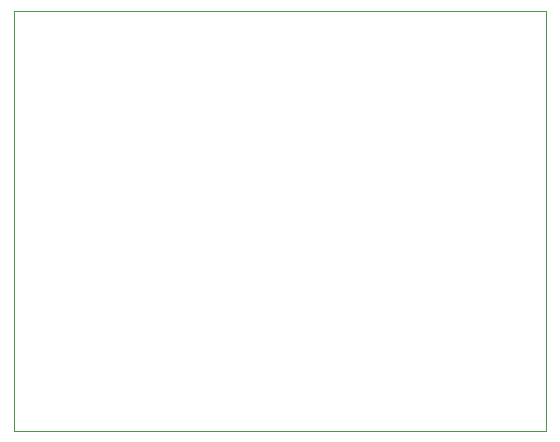
<source format=gbr>
%FSLAX46Y46*%
G04 Gerber Fmt 4.6, Leading zero omitted, Abs format (unit mm)*
G04 Created by KiCad (PCBNEW (2014-jul-16 BZR unknown)-product) date Mon 06 Oct 2014 22:12:13 BST*
%MOMM*%
G01*
G04 APERTURE LIST*
%ADD10C,0.100000*%
G04 APERTURE END LIST*
D10*
X94615000Y-85725000D02*
X94615000Y-86360000D01*
X139700000Y-85725000D02*
X94615000Y-85725000D01*
X139700000Y-85725000D02*
X139700000Y-86360000D01*
X94615000Y-86360000D02*
X94615000Y-86995000D01*
X139700000Y-86995000D02*
X139700000Y-86360000D01*
X94615000Y-121285000D02*
X94615000Y-86995000D01*
X139700000Y-121285000D02*
X94615000Y-121285000D01*
X139700000Y-86995000D02*
X139700000Y-121285000D01*
M02*

</source>
